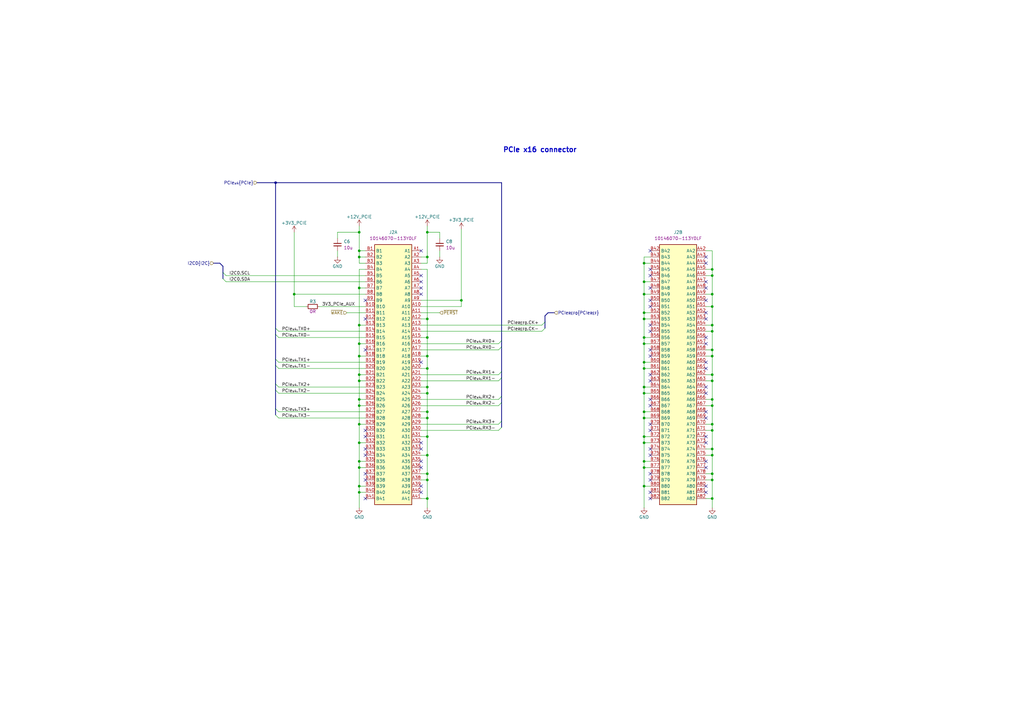
<source format=kicad_sch>
(kicad_sch (version 20250114) (generator "eeschema") (generator_version "9.0")
  (paper "A3")
  (title_block (title "OCuLink to PCIe adapter") (date "2025-06-18") (rev "1.0.0") (company "Antmicro Ltd") (comment 1 "www.antmicro.com"))
  (lib_symbols
    (symbol "antmicroCapacitorsmisc:C_10u_0805_35V" (pin_numbers (hide yes)) (pin_names (hide yes))
      (property "Reference" "C" (at 20.32 -5.08 0))
      (property "Val" "10u" (at 20.32 -7.62 0))
      (symbol "C_10u_0805_35V_0_1"
        (polyline (pts (xy 2.032 -1.524) (xy 2.032 1.524)) (stroke (width 0.3048)))
        (polyline (pts (xy 3.048 -1.524) (xy 3.048 1.524)) (stroke (width 0.3302)))
      )
      (symbol "C_10u_0805_35V_1_1"
        (pin passive line (at 0 0 0) (length 2.032) (name "~") (number "1"))
        (pin passive line (at 5.08 0 180) (length 2.032) (name "~") (number "2"))
      )
    )
    (symbol "antmicroPciConnectors:PCIe_x16_10146070-113Y0LF-vertical"
      (property "Reference" "J" (at 35.56 -2.54 0))
      (property "MPN" "10146070-113Y0LF" (at 35.56 -27.94 0))
      (symbol "PCIe_x16_10146070-113Y0LF-vertical_1_1"
        (rectangle (start 3.81 -104.14) (end 19.05 2.54) (stroke (width 0.254)) (fill (type background)))
        (pin passive line (at 0 0 0) (length 3.81) (name "B1") (number "B1"))
        (pin passive line (at 0 -2.54 0) (length 3.81) (name "B2") (number "B2"))
        (pin passive line (at 0 -5.08 0) (length 3.81) (name "B3") (number "B3"))
        (pin passive line (at 0 -7.62 0) (length 3.81) (name "B4") (number "B4"))
        (pin passive line (at 0 -10.16 0) (length 3.81) (name "B5") (number "B5"))
        (pin passive line (at 0 -12.7 0) (length 3.81) (name "B6") (number "B6"))
        (pin passive line (at 0 -15.24 0) (length 3.81) (name "B7") (number "B7"))
        (pin passive line (at 0 -17.78 0) (length 3.81) (name "B8") (number "B8"))
        (pin passive line (at 0 -20.32 0) (length 3.81) (name "B9") (number "B9"))
        (pin passive line (at 0 -22.86 0) (length 3.81) (name "B10") (number "B10"))
        (pin passive line (at 0 -25.4 0) (length 3.81) (name "B11") (number "B11"))
        (pin passive line (at 0 -27.94 0) (length 3.81) (name "B12") (number "B12"))
        (pin passive line (at 0 -30.48 0) (length 3.81) (name "B13") (number "B13"))
        (pin passive line (at 0 -33.02 0) (length 3.81) (name "B14") (number "B14"))
        (pin passive line (at 0 -35.56 0) (length 3.81) (name "B15") (number "B15"))
        (pin passive line (at 0 -38.1 0) (length 3.81) (name "B16") (number "B16"))
        (pin passive line (at 0 -40.64 0) (length 3.81) (name "B17") (number "B17"))
        (pin passive line (at 0 -43.18 0) (length 3.81) (name "B18") (number "B18"))
        (pin passive line (at 0 -45.72 0) (length 3.81) (name "B19") (number "B19"))
        (pin passive line (at 0 -48.26 0) (length 3.81) (name "B20") (number "B20"))
        (pin passive line (at 0 -50.8 0) (length 3.81) (name "B21") (number "B21"))
        (pin passive line (at 0 -53.34 0) (length 3.81) (name "B22") (number "B22"))
        (pin passive line (at 0 -55.88 0) (length 3.81) (name "B23") (number "B23"))
        (pin passive line (at 0 -58.42 0) (length 3.81) (name "B24") (number "B24"))
        (pin passive line (at 0 -60.96 0) (length 3.81) (name "B25") (number "B25"))
        (pin passive line (at 0 -63.5 0) (length 3.81) (name "B26") (number "B26"))
        (pin passive line (at 0 -66.04 0) (length 3.81) (name "B27") (number "B27"))
        (pin passive line (at 0 -68.58 0) (length 3.81) (name "B28") (number "B28"))
        (pin passive line (at 0 -71.12 0) (length 3.81) (name "B29") (number "B29"))
        (pin passive line (at 0 -73.66 0) (length 3.81) (name "B30") (number "B30"))
        (pin passive line (at 0 -76.2 0) (length 3.81) (name "B31") (number "B31"))
        (pin passive line (at 0 -78.74 0) (length 3.81) (name "B32") (number "B32"))
        (pin passive line (at 0 -81.28 0) (length 3.81) (name "B33") (number "B33"))
        (pin passive line (at 0 -83.82 0) (length 3.81) (name "B34") (number "B34"))
        (pin passive line (at 0 -86.36 0) (length 3.81) (name "B35") (number "B35"))
        (pin passive line (at 0 -88.9 0) (length 3.81) (name "B36") (number "B36"))
        (pin passive line (at 0 -91.44 0) (length 3.81) (name "B37") (number "B37"))
        (pin passive line (at 0 -93.98 0) (length 3.81) (name "B38") (number "B38"))
        (pin passive line (at 0 -96.52 0) (length 3.81) (name "B39") (number "B39"))
        (pin passive line (at 0 -99.06 0) (length 3.81) (name "B40") (number "B40"))
        (pin passive line (at 0 -101.6 0) (length 3.81) (name "B41") (number "B41"))
        (pin passive line (at 22.86 0 180) (length 3.81) (name "A1") (number "A1"))
        (pin passive line (at 22.86 -2.54 180) (length 3.81) (name "A2") (number "A2"))
        (pin passive line (at 22.86 -5.08 180) (length 3.81) (name "A3") (number "A3"))
        (pin passive line (at 22.86 -7.62 180) (length 3.81) (name "A4") (number "A4"))
        (pin passive line (at 22.86 -10.16 180) (length 3.81) (name "A5") (number "A5"))
        (pin passive line (at 22.86 -12.7 180) (length 3.81) (name "A6") (number "A6"))
        (pin passive line (at 22.86 -15.24 180) (length 3.81) (name "A7") (number "A7"))
        (pin passive line (at 22.86 -17.78 180) (length 3.81) (name "A8") (number "A8"))
        (pin passive line (at 22.86 -20.32 180) (length 3.81) (name "A9") (number "A9"))
        (pin passive line (at 22.86 -22.86 180) (length 3.81) (name "A10") (number "A10"))
        (pin passive line (at 22.86 -25.4 180) (length 3.81) (name "A11") (number "A11"))
        (pin passive line (at 22.86 -27.94 180) (length 3.81) (name "A12") (number "A12"))
        (pin passive line (at 22.86 -30.48 180) (length 3.81) (name "A13") (number "A13"))
        (pin passive line (at 22.86 -33.02 180) (length 3.81) (name "A14") (number "A14"))
        (pin passive line (at 22.86 -35.56 180) (length 3.81) (name "A15") (number "A15"))
        (pin passive line (at 22.86 -38.1 180) (length 3.81) (name "A16") (number "A16"))
        (pin passive line (at 22.86 -40.64 180) (length 3.81) (name "A17") (number "A17"))
        (pin passive line (at 22.86 -43.18 180) (length 3.81) (name "A18") (number "A18"))
        (pin passive line (at 22.86 -45.72 180) (length 3.81) (name "A19") (number "A19"))
        (pin passive line (at 22.86 -48.26 180) (length 3.81) (name "A20") (number "A20"))
        (pin passive line (at 22.86 -50.8 180) (length 3.81) (name "A21") (number "A21"))
        (pin passive line (at 22.86 -53.34 180) (length 3.81) (name "A22") (number "A22"))
        (pin passive line (at 22.86 -55.88 180) (length 3.81) (name "A23") (number "A23"))
        (pin passive line (at 22.86 -58.42 180) (length 3.81) (name "A24") (number "A24"))
        (pin passive line (at 22.86 -60.96 180) (length 3.81) (name "A25") (number "A25"))
        (pin passive line (at 22.86 -63.5 180) (length 3.81) (name "A26") (number "A26"))
        (pin passive line (at 22.86 -66.04 180) (length 3.81) (name "A27") (number "A27"))
        (pin passive line (at 22.86 -68.58 180) (length 3.81) (name "A28") (number "A28"))
        (pin passive line (at 22.86 -71.12 180) (length 3.81) (name "A29") (number "A29"))
        (pin passive line (at 22.86 -73.66 180) (length 3.81) (name "A30") (number "A30"))
        (pin passive line (at 22.86 -76.2 180) (length 3.81) (name "A31") (number "A31"))
        (pin passive line (at 22.86 -78.74 180) (length 3.81) (name "A32") (number "A32"))
        (pin passive line (at 22.86 -81.28 180) (length 3.81) (name "A33") (number "A33"))
        (pin passive line (at 22.86 -83.82 180) (length 3.81) (name "A34") (number "A34"))
        (pin passive line (at 22.86 -86.36 180) (length 3.81) (name "A35") (number "A35"))
        (pin passive line (at 22.86 -88.9 180) (length 3.81) (name "A36") (number "A36"))
        (pin passive line (at 22.86 -91.44 180) (length 3.81) (name "A37") (number "A37"))
        (pin passive line (at 22.86 -93.98 180) (length 3.81) (name "A38") (number "A38"))
        (pin passive line (at 22.86 -96.52 180) (length 3.81) (name "A39") (number "A39"))
        (pin passive line (at 22.86 -99.06 180) (length 3.81) (name "A40") (number "A40"))
        (pin passive line (at 22.86 -101.6 180) (length 3.81) (name "A41") (number "A41"))
      )
      (symbol "PCIe_x16_10146070-113Y0LF-vertical_2_1"
        (rectangle (start 3.81 -104.14) (end 19.05 2.54) (stroke (width 0.254)) (fill (type background)))
        (pin passive line (at 0 0 0) (length 3.81) (name "B42") (number "B42"))
        (pin passive line (at 0 -2.54 0) (length 3.81) (name "B43") (number "B43"))
        (pin passive line (at 0 -5.08 0) (length 3.81) (name "B44") (number "B44"))
        (pin passive line (at 0 -7.62 0) (length 3.81) (name "B45") (number "B45"))
        (pin passive line (at 0 -10.16 0) (length 3.81) (name "B46") (number "B46"))
        (pin passive line (at 0 -12.7 0) (length 3.81) (name "B47") (number "B47"))
        (pin passive line (at 0 -15.24 0) (length 3.81) (name "B48") (number "B48"))
        (pin passive line (at 0 -17.78 0) (length 3.81) (name "B49") (number "B49"))
        (pin passive line (at 0 -20.32 0) (length 3.81) (name "B50") (number "B50"))
        (pin passive line (at 0 -22.86 0) (length 3.81) (name "B51") (number "B51"))
        (pin passive line (at 0 -25.4 0) (length 3.81) (name "B52") (number "B52"))
        (pin passive line (at 0 -27.94 0) (length 3.81) (name "B53") (number "B53"))
        (pin passive line (at 0 -30.48 0) (length 3.81) (name "B54") (number "B54"))
        (pin passive line (at 0 -33.02 0) (length 3.81) (name "B55") (number "B55"))
        (pin passive line (at 0 -35.56 0) (length 3.81) (name "B56") (number "B56"))
        (pin passive line (at 0 -38.1 0) (length 3.81) (name "B57") (number "B57"))
        (pin passive line (at 0 -40.64 0) (length 3.81) (name "B58") (number "B58"))
        (pin passive line (at 0 -43.18 0) (length 3.81) (name "B59") (number "B59"))
        (pin passive line (at 0 -45.72 0) (length 3.81) (name "B60") (number "B60"))
        (pin passive line (at 0 -48.26 0) (length 3.81) (name "B61") (number "B61"))
        (pin passive line (at 0 -50.8 0) (length 3.81) (name "B62") (number "B62"))
        (pin passive line (at 0 -53.34 0) (length 3.81) (name "B63") (number "B63"))
        (pin passive line (at 0 -55.88 0) (length 3.81) (name "B64") (number "B64"))
        (pin passive line (at 0 -58.42 0) (length 3.81) (name "B65") (number "B65"))
        (pin passive line (at 0 -60.96 0) (length 3.81) (name "B66") (number "B66"))
        (pin passive line (at 0 -63.5 0) (length 3.81) (name "B67") (number "B67"))
        (pin passive line (at 0 -66.04 0) (length 3.81) (name "B68") (number "B68"))
        (pin passive line (at 0 -68.58 0) (length 3.81) (name "B69") (number "B69"))
        (pin passive line (at 0 -71.12 0) (length 3.81) (name "B70") (number "B70"))
        (pin passive line (at 0 -73.66 0) (length 3.81) (name "B71") (number "B71"))
        (pin passive line (at 0 -76.2 0) (length 3.81) (name "B72") (number "B72"))
        (pin passive line (at 0 -78.74 0) (length 3.81) (name "B73") (number "B73"))
        (pin passive line (at 0 -81.28 0) (length 3.81) (name "B74") (number "B74"))
        (pin passive line (at 0 -83.82 0) (length 3.81) (name "B75") (number "B75"))
        (pin passive line (at 0 -86.36 0) (length 3.81) (name "B76") (number "B76"))
        (pin passive line (at 0 -88.9 0) (length 3.81) (name "B77") (number "B77"))
        (pin passive line (at 0 -91.44 0) (length 3.81) (name "B78") (number "B78"))
        (pin passive line (at 0 -93.98 0) (length 3.81) (name "B79") (number "B79"))
        (pin passive line (at 0 -96.52 0) (length 3.81) (name "B80") (number "B80"))
        (pin passive line (at 0 -99.06 0) (length 3.81) (name "B81") (number "B81"))
        (pin passive line (at 0 -101.6 0) (length 3.81) (name "B82") (number "B82"))
        (pin passive line (at 22.86 0 180) (length 3.81) (name "A42") (number "A42"))
        (pin passive line (at 22.86 -2.54 180) (length 3.81) (name "A43") (number "A43"))
        (pin passive line (at 22.86 -5.08 180) (length 3.81) (name "A44") (number "A44"))
        (pin passive line (at 22.86 -7.62 180) (length 3.81) (name "A45") (number "A45"))
        (pin passive line (at 22.86 -10.16 180) (length 3.81) (name "A46") (number "A46"))
        (pin passive line (at 22.86 -12.7 180) (length 3.81) (name "A47") (number "A47"))
        (pin passive line (at 22.86 -15.24 180) (length 3.81) (name "A48") (number "A48"))
        (pin passive line (at 22.86 -17.78 180) (length 3.81) (name "A49") (number "A49"))
        (pin passive line (at 22.86 -20.32 180) (length 3.81) (name "A50") (number "A50"))
        (pin passive line (at 22.86 -22.86 180) (length 3.81) (name "A51") (number "A51"))
        (pin passive line (at 22.86 -25.4 180) (length 3.81) (name "A52") (number "A52"))
        (pin passive line (at 22.86 -27.94 180) (length 3.81) (name "A53") (number "A53"))
        (pin passive line (at 22.86 -30.48 180) (length 3.81) (name "A54") (number "A54"))
        (pin passive line (at 22.86 -33.02 180) (length 3.81) (name "A55") (number "A55"))
        (pin passive line (at 22.86 -35.56 180) (length 3.81) (name "A56") (number "A56"))
        (pin passive line (at 22.86 -38.1 180) (length 3.81) (name "A57") (number "A57"))
        (pin passive line (at 22.86 -40.64 180) (length 3.81) (name "A58") (number "A58"))
        (pin passive line (at 22.86 -43.18 180) (length 3.81) (name "A59") (number "A59"))
        (pin passive line (at 22.86 -45.72 180) (length 3.81) (name "A60") (number "A60"))
        (pin passive line (at 22.86 -48.26 180) (length 3.81) (name "A61") (number "A61"))
        (pin passive line (at 22.86 -50.8 180) (length 3.81) (name "A62") (number "A62"))
        (pin passive line (at 22.86 -53.34 180) (length 3.81) (name "A63") (number "A63"))
        (pin passive line (at 22.86 -55.88 180) (length 3.81) (name "A64") (number "A64"))
        (pin passive line (at 22.86 -58.42 180) (length 3.81) (name "A65") (number "A65"))
        (pin passive line (at 22.86 -60.96 180) (length 3.81) (name "A66") (number "A66"))
        (pin passive line (at 22.86 -63.5 180) (length 3.81) (name "A67") (number "A67"))
        (pin passive line (at 22.86 -66.04 180) (length 3.81) (name "A68") (number "A68"))
        (pin passive line (at 22.86 -68.58 180) (length 3.81) (name "A69") (number "A69"))
        (pin passive line (at 22.86 -71.12 180) (length 3.81) (name "A70") (number "A70"))
        (pin passive line (at 22.86 -73.66 180) (length 3.81) (name "A71") (number "A71"))
        (pin passive line (at 22.86 -76.2 180) (length 3.81) (name "A72") (number "A72"))
        (pin passive line (at 22.86 -78.74 180) (length 3.81) (name "A73") (number "A73"))
        (pin passive line (at 22.86 -81.28 180) (length 3.81) (name "A74") (number "A74"))
        (pin passive line (at 22.86 -83.82 180) (length 3.81) (name "A75") (number "A75"))
        (pin passive line (at 22.86 -86.36 180) (length 3.81) (name "A76") (number "A76"))
        (pin passive line (at 22.86 -88.9 180) (length 3.81) (name "A77") (number "A77"))
        (pin passive line (at 22.86 -91.44 180) (length 3.81) (name "A78") (number "A78"))
        (pin passive line (at 22.86 -93.98 180) (length 3.81) (name "A79") (number "A79"))
        (pin passive line (at 22.86 -96.52 180) (length 3.81) (name "A80") (number "A80"))
        (pin passive line (at 22.86 -99.06 180) (length 3.81) (name "A81") (number "A81"))
        (pin passive line (at 22.86 -101.6 180) (length 3.81) (name "A82") (number "A82"))
      )
    )
    (symbol "antmicroResistors0402:R_0R_0402" (pin_numbers (hide yes)) (pin_names (hide yes))
      (property "Reference" "R" (at 20.32 -5.08 0))
      (property "Val" "0R" (at 20.32 -7.62 0))
      (symbol "R_0R_0402_0_1"
        (rectangle (start 0.635 0.889) (end 4.445 -0.889) (stroke (width 0.254)))
      )
      (symbol "R_0R_0402_1_1"
        (pin passive line (at 0 0 0) (length 0.635) (name "~") (number "1"))
        (pin passive line (at 5.08 0 180) (length 0.635) (name "~") (number "2"))
      )
    )
    (symbol "antmicropower:+12V" (power) (pin_names (offset 0))
      (property "Value" "+12V" (at 0 3.556 0))
      (symbol "+12V_0_1"
        (polyline (pts (xy -0.762 1.27) (xy 0 2.54)))
        (polyline (pts (xy 0 2.54) (xy 0.762 1.27)))
        (polyline (pts (xy 0 0) (xy 0 2.54)))
      )
      (symbol "+12V_1_1"
        (pin power_in line (at 0 0 90) (length 0) (hide yes) (name "+12V") (number "1"))
      )
    )
    (symbol "antmicropower:GND" (power) (pin_numbers (hide yes)) (pin_names (hide yes))
      (property "Value" "GND" (at 8.89 -5.08 0))
      (symbol "GND_1_1"
        (polyline (pts (xy 0 0) (xy 0 -1.27) (xy 1.27 -1.27) (xy 0 -2.54) (xy -1.27 -1.27) (xy 0 -1.27)))
        (pin power_in line (at 0 0 270) (length 0) (name "GND") (number "1"))
      )
    )
  )
  (text "PCIe x16 connector" (at 206.248 62.738 0) (effects (font (size 2 2) (thickness 0.4) (bold yes)) (justify left bottom)))
  (junction (at 175.26 95.25))
  (junction (at 147.32 173.99))
  (junction (at 175.26 130.81))
  (junction (at 147.32 118.11))
  (junction (at 264.16 130.81))
  (junction (at 147.32 189.23))
  (junction (at 189.23 123.19))
  (junction (at 292.1 120.65))
  (junction (at 147.32 199.39))
  (junction (at 264.16 107.95))
  (junction (at 264.16 128.27))
  (junction (at 292.1 146.05))
  (junction (at 175.26 186.69))
  (junction (at 292.1 113.03))
  (junction (at 175.26 146.05))
  (junction (at 175.26 158.75))
  (junction (at 264.16 168.91))
  (junction (at 292.1 184.15))
  (junction (at 147.32 146.05))
  (junction (at 264.16 161.29))
  (junction (at 292.1 194.31))
  (junction (at 175.26 194.31))
  (junction (at 175.26 151.13))
  (junction (at 147.32 133.35))
  (junction (at 175.26 105.41))
  (junction (at 264.16 181.61))
  (junction (at 175.26 168.91))
  (junction (at 147.32 191.77))
  (junction (at 292.1 133.35))
  (junction (at 292.1 163.83))
  (junction (at 292.1 125.73))
  (junction (at 264.16 171.45))
  (junction (at 264.16 138.43))
  (junction (at 264.16 140.97))
  (junction (at 292.1 176.53))
  (junction (at 175.26 161.29))
  (junction (at 175.26 171.45))
  (junction (at 264.16 199.39))
  (junction (at 113.03 74.93))
  (junction (at 120.65 120.65))
  (junction (at 147.32 105.41))
  (junction (at 147.32 156.21))
  (junction (at 292.1 196.85))
  (junction (at 147.32 201.93))
  (junction (at 175.26 204.47))
  (junction (at 175.26 138.43))
  (junction (at 147.32 153.67))
  (junction (at 292.1 135.89))
  (junction (at 292.1 173.99))
  (junction (at 264.16 158.75))
  (junction (at 264.16 189.23))
  (junction (at 264.16 148.59))
  (junction (at 147.32 181.61))
  (junction (at 175.26 179.07))
  (junction (at 292.1 186.69))
  (junction (at 292.1 156.21))
  (junction (at 264.16 191.77))
  (junction (at 147.32 163.83))
  (junction (at 264.16 115.57))
  (junction (at 292.1 166.37))
  (junction (at 264.16 179.07))
  (junction (at 292.1 110.49))
  (junction (at 292.1 204.47))
  (junction (at 147.32 102.87))
  (junction (at 292.1 153.67))
  (junction (at 292.1 143.51))
  (junction (at 147.32 166.37))
  (junction (at 175.26 196.85))
  (junction (at 147.32 140.97))
  (junction (at 264.16 151.13))
  (junction (at 147.32 95.25))
  (junction (at 264.16 120.65))
  (no_connect (at 266.7 143.51))
  (no_connect (at 266.7 204.47))
  (no_connect (at 172.72 120.65))
  (no_connect (at 266.7 173.99))
  (no_connect (at 289.56 105.41))
  (no_connect (at 266.7 156.21))
  (no_connect (at 266.7 113.03))
  (no_connect (at 289.56 199.39))
  (no_connect (at 149.86 204.47))
  (no_connect (at 289.56 148.59))
  (no_connect (at 266.7 146.05))
  (no_connect (at 289.56 181.61))
  (no_connect (at 266.7 184.15))
  (no_connect (at 289.56 140.97))
  (no_connect (at 149.86 123.19))
  (no_connect (at 266.7 176.53))
  (no_connect (at 172.72 201.93))
  (no_connect (at 289.56 191.77))
  (no_connect (at 172.72 184.15))
  (no_connect (at 172.72 191.77))
  (no_connect (at 149.86 186.69))
  (no_connect (at 266.7 201.93))
  (no_connect (at 266.7 153.67))
  (no_connect (at 172.72 181.61))
  (no_connect (at 149.86 179.07))
  (no_connect (at 266.7 133.35))
  (no_connect (at 266.7 123.19))
  (no_connect (at 289.56 201.93))
  (no_connect (at 266.7 186.69))
  (no_connect (at 289.56 171.45))
  (no_connect (at 289.56 189.23))
  (no_connect (at 172.72 102.87))
  (no_connect (at 149.86 130.81))
  (no_connect (at 172.72 148.59))
  (no_connect (at 289.56 123.19))
  (no_connect (at 172.72 113.03))
  (no_connect (at 289.56 128.27))
  (no_connect (at 149.86 184.15))
  (no_connect (at 266.7 118.11))
  (no_connect (at 266.7 163.83))
  (no_connect (at 149.86 176.53))
  (no_connect (at 289.56 107.95))
  (no_connect (at 289.56 179.07))
  (no_connect (at 172.72 199.39))
  (no_connect (at 289.56 158.75))
  (no_connect (at 266.7 166.37))
  (no_connect (at 172.72 189.23))
  (no_connect (at 266.7 125.73))
  (no_connect (at 289.56 151.13))
  (no_connect (at 289.56 168.91))
  (no_connect (at 266.7 196.85))
  (no_connect (at 149.86 143.51))
  (no_connect (at 172.72 118.11))
  (no_connect (at 266.7 194.31))
  (no_connect (at 149.86 194.31))
  (no_connect (at 149.86 196.85))
  (no_connect (at 266.7 102.87))
  (no_connect (at 172.72 115.57))
  (no_connect (at 289.56 138.43))
  (no_connect (at 266.7 110.49))
  (no_connect (at 266.7 135.89))
  (no_connect (at 289.56 118.11))
  (no_connect (at 289.56 130.81))
  (no_connect (at 289.56 115.57))
  (no_connect (at 289.56 161.29))
  (bus_entry (at 113.03 149.86) (size 1.27 1.27))
  (bus_entry (at 113.03 170.18) (size 1.27 1.27))
  (bus_entry (at 113.03 137.16) (size 1.27 1.27))
  (bus_entry (at 92.71 115.57) (size -1.27 -1.27))
  (bus_entry (at 113.03 167.64) (size 1.27 1.27))
  (bus_entry (at 205.74 152.4) (size -1.27 1.27))
  (bus_entry (at 222.25 135.89) (size 1.27 -1.27))
  (bus_entry (at 205.74 165.1) (size -1.27 1.27))
  (bus_entry (at 113.03 160.02) (size 1.27 1.27))
  (bus_entry (at 205.74 175.26) (size -1.27 1.27))
  (bus_entry (at 113.03 157.48) (size 1.27 1.27))
  (bus_entry (at 222.25 133.35) (size 1.27 -1.27))
  (bus_entry (at 205.74 162.56) (size -1.27 1.27))
  (bus_entry (at 113.03 134.62) (size 1.27 1.27))
  (bus_entry (at 92.71 113.03) (size -1.27 -1.27))
  (bus_entry (at 205.74 142.24) (size -1.27 1.27))
  (bus_entry (at 113.03 147.32) (size 1.27 1.27))
  (bus_entry (at 205.74 154.94) (size -1.27 1.27))
  (bus_entry (at 205.74 172.72) (size -1.27 1.27))
  (bus_entry (at 205.74 139.7) (size -1.27 1.27))
  (wire (pts (xy 120.65 95.25) (xy 120.65 120.65)))
  (wire (pts (xy 264.16 148.59) (xy 266.7 148.59)))
  (bus (pts (xy 223.52 132.08) (xy 223.52 129.54)))
  (wire (pts (xy 147.32 166.37) (xy 149.86 166.37)))
  (wire (pts (xy 172.72 146.05) (xy 175.26 146.05)))
  (wire (pts (xy 114.3 138.43) (xy 149.86 138.43)))
  (wire (pts (xy 172.72 156.21) (xy 204.47 156.21)))
  (wire (pts (xy 114.3 171.45) (xy 149.86 171.45)))
  (wire (pts (xy 172.72 194.31) (xy 175.26 194.31)))
  (bus (pts (xy 205.74 154.94) (xy 205.74 152.4)))
  (wire (pts (xy 172.72 123.19) (xy 189.23 123.19)))
  (wire (pts (xy 172.72 166.37) (xy 204.47 166.37)))
  (wire (pts (xy 172.72 158.75) (xy 175.26 158.75)))
  (wire (pts (xy 147.32 92.71) (xy 147.32 95.25)))
  (wire (pts (xy 149.86 115.57) (xy 92.71 115.57)))
  (wire (pts (xy 138.43 95.25) (xy 147.32 95.25)))
  (wire (pts (xy 172.72 153.67) (xy 204.47 153.67)))
  (bus (pts (xy 113.03 149.86) (xy 113.03 157.48)))
  (wire (pts (xy 138.43 102.87) (xy 138.43 105.41)))
  (wire (pts (xy 175.26 196.85) (xy 175.26 204.47)))
  (bus (pts (xy 205.74 139.7) (xy 205.74 74.93)))
  (wire (pts (xy 147.32 199.39) (xy 147.32 201.93)))
  (wire (pts (xy 172.72 176.53) (xy 204.47 176.53)))
  (wire (pts (xy 264.16 105.41) (xy 266.7 105.41)))
  (bus (pts (xy 205.74 142.24) (xy 205.74 139.7)))
  (wire (pts (xy 292.1 113.03) (xy 292.1 120.65)))
  (wire (pts (xy 189.23 93.98) (xy 189.23 123.19)))
  (wire (pts (xy 175.26 204.47) (xy 175.26 208.28)))
  (wire (pts (xy 292.1 204.47) (xy 292.1 208.28)))
  (wire (pts (xy 264.16 179.07) (xy 266.7 179.07)))
  (wire (pts (xy 147.32 153.67) (xy 147.32 156.21)))
  (wire (pts (xy 292.1 143.51) (xy 292.1 146.05)))
  (wire (pts (xy 289.56 156.21) (xy 292.1 156.21)))
  (wire (pts (xy 289.56 110.49) (xy 292.1 110.49)))
  (bus (pts (xy 224.79 128.27) (xy 227.33 128.27)))
  (bus (pts (xy 205.74 172.72) (xy 205.74 165.1)))
  (wire (pts (xy 147.32 153.67) (xy 149.86 153.67)))
  (wire (pts (xy 147.32 156.21) (xy 149.86 156.21)))
  (wire (pts (xy 289.56 184.15) (xy 292.1 184.15)))
  (wire (pts (xy 289.56 120.65) (xy 292.1 120.65)))
  (wire (pts (xy 175.26 186.69) (xy 175.26 194.31)))
  (wire (pts (xy 172.72 163.83) (xy 204.47 163.83)))
  (wire (pts (xy 264.16 107.95) (xy 266.7 107.95)))
  (bus (pts (xy 105.41 74.93) (xy 113.03 74.93)))
  (wire (pts (xy 264.16 161.29) (xy 264.16 168.91)))
  (wire (pts (xy 147.32 163.83) (xy 149.86 163.83)))
  (wire (pts (xy 147.32 118.11) (xy 147.32 133.35)))
  (wire (pts (xy 149.86 110.49) (xy 147.32 110.49)))
  (wire (pts (xy 172.72 130.81) (xy 175.26 130.81)))
  (bus (pts (xy 113.03 160.02) (xy 113.03 157.48)))
  (wire (pts (xy 147.32 189.23) (xy 149.86 189.23)))
  (wire (pts (xy 289.56 113.03) (xy 292.1 113.03)))
  (wire (pts (xy 147.32 173.99) (xy 147.32 181.61)))
  (wire (pts (xy 264.16 189.23) (xy 264.16 191.77)))
  (wire (pts (xy 130.81 125.73) (xy 149.86 125.73)))
  (wire (pts (xy 147.32 181.61) (xy 147.32 189.23)))
  (wire (pts (xy 264.16 138.43) (xy 266.7 138.43)))
  (wire (pts (xy 264.16 189.23) (xy 266.7 189.23)))
  (wire (pts (xy 147.32 173.99) (xy 149.86 173.99)))
  (wire (pts (xy 264.16 181.61) (xy 266.7 181.61)))
  (wire (pts (xy 264.16 140.97) (xy 266.7 140.97)))
  (wire (pts (xy 264.16 158.75) (xy 264.16 161.29)))
  (wire (pts (xy 264.16 191.77) (xy 266.7 191.77)))
  (wire (pts (xy 172.72 105.41) (xy 175.26 105.41)))
  (wire (pts (xy 264.16 151.13) (xy 264.16 158.75)))
  (wire (pts (xy 175.26 105.41) (xy 175.26 107.95)))
  (wire (pts (xy 114.3 135.89) (xy 149.86 135.89)))
  (wire (pts (xy 292.1 184.15) (xy 292.1 186.69)))
  (wire (pts (xy 120.65 120.65) (xy 120.65 125.73)))
  (wire (pts (xy 264.16 148.59) (xy 264.16 151.13)))
  (wire (pts (xy 264.16 199.39) (xy 266.7 199.39)))
  (bus (pts (xy 91.44 109.22) (xy 90.17 107.95)))
  (wire (pts (xy 175.26 171.45) (xy 175.26 179.07)))
  (wire (pts (xy 264.16 115.57) (xy 266.7 115.57)))
  (wire (pts (xy 114.3 168.91) (xy 149.86 168.91)))
  (bus (pts (xy 113.03 167.64) (xy 113.03 170.18)))
  (bus (pts (xy 205.74 165.1) (xy 205.74 162.56)))
  (bus (pts (xy 113.03 160.02) (xy 113.03 167.64)))
  (wire (pts (xy 289.56 143.51) (xy 292.1 143.51)))
  (wire (pts (xy 147.32 156.21) (xy 147.32 163.83)))
  (wire (pts (xy 289.56 176.53) (xy 292.1 176.53)))
  (wire (pts (xy 175.26 194.31) (xy 175.26 196.85)))
  (wire (pts (xy 172.72 171.45) (xy 175.26 171.45)))
  (bus (pts (xy 223.52 129.54) (xy 224.79 128.27)))
  (wire (pts (xy 289.56 186.69) (xy 292.1 186.69)))
  (wire (pts (xy 138.43 97.79) (xy 138.43 95.25)))
  (wire (pts (xy 147.32 133.35) (xy 149.86 133.35)))
  (wire (pts (xy 292.1 135.89) (xy 292.1 143.51)))
  (bus (pts (xy 113.03 149.86) (xy 113.03 147.32)))
  (wire (pts (xy 172.72 143.51) (xy 204.47 143.51)))
  (wire (pts (xy 289.56 153.67) (xy 292.1 153.67)))
  (wire (pts (xy 114.3 161.29) (xy 149.86 161.29)))
  (wire (pts (xy 289.56 102.87) (xy 292.1 102.87)))
  (wire (pts (xy 292.1 156.21) (xy 292.1 163.83)))
  (wire (pts (xy 264.16 168.91) (xy 266.7 168.91)))
  (bus (pts (xy 113.03 134.62) (xy 113.03 137.16)))
  (wire (pts (xy 175.26 161.29) (xy 175.26 168.91)))
  (wire (pts (xy 264.16 179.07) (xy 264.16 181.61)))
  (wire (pts (xy 292.1 125.73) (xy 292.1 133.35)))
  (wire (pts (xy 264.16 181.61) (xy 264.16 189.23)))
  (bus (pts (xy 223.52 134.62) (xy 223.52 132.08)))
  (wire (pts (xy 147.32 181.61) (xy 149.86 181.61)))
  (bus (pts (xy 113.03 74.93) (xy 113.03 134.62)))
  (wire (pts (xy 292.1 153.67) (xy 292.1 156.21)))
  (wire (pts (xy 264.16 120.65) (xy 264.16 128.27)))
  (wire (pts (xy 172.72 173.99) (xy 204.47 173.99)))
  (wire (pts (xy 175.26 92.71) (xy 175.26 95.25)))
  (wire (pts (xy 264.16 171.45) (xy 264.16 179.07)))
  (wire (pts (xy 264.16 171.45) (xy 266.7 171.45)))
  (wire (pts (xy 292.1 196.85) (xy 292.1 204.47)))
  (bus (pts (xy 90.17 107.95) (xy 87.63 107.95)))
  (wire (pts (xy 175.26 110.49) (xy 175.26 130.81)))
  (wire (pts (xy 114.3 148.59) (xy 149.86 148.59)))
  (bus (pts (xy 205.74 152.4) (xy 205.74 142.24)))
  (wire (pts (xy 264.16 191.77) (xy 264.16 199.39)))
  (wire (pts (xy 264.16 105.41) (xy 264.16 107.95)))
  (wire (pts (xy 120.65 120.65) (xy 149.86 120.65)))
  (wire (pts (xy 114.3 158.75) (xy 149.86 158.75)))
  (wire (pts (xy 289.56 135.89) (xy 292.1 135.89)))
  (wire (pts (xy 147.32 191.77) (xy 147.32 199.39)))
  (bus (pts (xy 113.03 137.16) (xy 113.03 147.32)))
  (wire (pts (xy 289.56 196.85) (xy 292.1 196.85)))
  (wire (pts (xy 292.1 186.69) (xy 292.1 194.31)))
  (wire (pts (xy 292.1 146.05) (xy 292.1 153.67)))
  (wire (pts (xy 292.1 120.65) (xy 292.1 125.73)))
  (wire (pts (xy 147.32 95.25) (xy 147.32 102.87)))
  (wire (pts (xy 114.3 151.13) (xy 149.86 151.13)))
  (wire (pts (xy 172.72 161.29) (xy 175.26 161.29)))
  (wire (pts (xy 292.1 110.49) (xy 292.1 113.03)))
  (wire (pts (xy 147.32 140.97) (xy 147.32 146.05)))
  (wire (pts (xy 172.72 204.47) (xy 175.26 204.47)))
  (wire (pts (xy 264.16 130.81) (xy 264.16 138.43)))
  (wire (pts (xy 172.72 179.07) (xy 175.26 179.07)))
  (wire (pts (xy 175.26 138.43) (xy 175.26 146.05)))
  (wire (pts (xy 264.16 151.13) (xy 266.7 151.13)))
  (wire (pts (xy 189.23 125.73) (xy 172.72 125.73)))
  (wire (pts (xy 147.32 107.95) (xy 149.86 107.95)))
  (wire (pts (xy 175.26 158.75) (xy 175.26 161.29)))
  (wire (pts (xy 175.26 130.81) (xy 175.26 138.43)))
  (wire (pts (xy 289.56 125.73) (xy 292.1 125.73)))
  (wire (pts (xy 289.56 133.35) (xy 292.1 133.35)))
  (wire (pts (xy 147.32 102.87) (xy 149.86 102.87)))
  (wire (pts (xy 147.32 140.97) (xy 149.86 140.97)))
  (wire (pts (xy 172.72 128.27) (xy 180.34 128.27)))
  (wire (pts (xy 172.72 151.13) (xy 175.26 151.13)))
  (wire (pts (xy 172.72 138.43) (xy 175.26 138.43)))
  (wire (pts (xy 147.32 166.37) (xy 147.32 173.99)))
  (wire (pts (xy 264.16 128.27) (xy 266.7 128.27)))
  (wire (pts (xy 175.26 107.95) (xy 172.72 107.95)))
  (wire (pts (xy 292.1 163.83) (xy 292.1 166.37)))
  (wire (pts (xy 264.16 199.39) (xy 264.16 208.28)))
  (wire (pts (xy 289.56 166.37) (xy 292.1 166.37)))
  (wire (pts (xy 172.72 196.85) (xy 175.26 196.85)))
  (wire (pts (xy 264.16 140.97) (xy 264.16 148.59)))
  (wire (pts (xy 264.16 138.43) (xy 264.16 140.97)))
  (wire (pts (xy 147.32 146.05) (xy 149.86 146.05)))
  (wire (pts (xy 147.32 201.93) (xy 149.86 201.93)))
  (wire (pts (xy 147.32 118.11) (xy 149.86 118.11)))
  (wire (pts (xy 147.32 201.93) (xy 147.32 208.28)))
  (wire (pts (xy 147.32 191.77) (xy 149.86 191.77)))
  (wire (pts (xy 264.16 115.57) (xy 264.16 120.65)))
  (wire (pts (xy 175.26 151.13) (xy 175.26 158.75)))
  (wire (pts (xy 149.86 113.03) (xy 92.71 113.03)))
  (wire (pts (xy 264.16 128.27) (xy 264.16 130.81)))
  (wire (pts (xy 289.56 204.47) (xy 292.1 204.47)))
  (wire (pts (xy 292.1 166.37) (xy 292.1 173.99)))
  (wire (pts (xy 175.26 146.05) (xy 175.26 151.13)))
  (wire (pts (xy 180.34 95.25) (xy 180.34 97.79)))
  (wire (pts (xy 147.32 110.49) (xy 147.32 118.11)))
  (wire (pts (xy 172.72 135.89) (xy 222.25 135.89)))
  (wire (pts (xy 264.16 130.81) (xy 266.7 130.81)))
  (wire (pts (xy 147.32 105.41) (xy 149.86 105.41)))
  (bus (pts (xy 113.03 74.93) (xy 205.74 74.93)))
  (wire (pts (xy 172.72 133.35) (xy 222.25 133.35)))
  (wire (pts (xy 147.32 146.05) (xy 147.32 153.67)))
  (wire (pts (xy 175.26 95.25) (xy 180.34 95.25)))
  (wire (pts (xy 147.32 163.83) (xy 147.32 166.37)))
  (wire (pts (xy 289.56 163.83) (xy 292.1 163.83)))
  (wire (pts (xy 147.32 105.41) (xy 147.32 107.95)))
  (bus (pts (xy 91.44 114.3) (xy 91.44 111.76)))
  (wire (pts (xy 264.16 161.29) (xy 266.7 161.29)))
  (wire (pts (xy 172.72 110.49) (xy 175.26 110.49)))
  (wire (pts (xy 172.72 168.91) (xy 175.26 168.91)))
  (wire (pts (xy 172.72 186.69) (xy 175.26 186.69)))
  (wire (pts (xy 264.16 158.75) (xy 266.7 158.75)))
  (wire (pts (xy 172.72 140.97) (xy 204.47 140.97)))
  (bus (pts (xy 205.74 175.26) (xy 205.74 172.72)))
  (wire (pts (xy 175.26 168.91) (xy 175.26 171.45)))
  (wire (pts (xy 292.1 133.35) (xy 292.1 135.89)))
  (bus (pts (xy 91.44 109.22) (xy 91.44 111.76)))
  (wire (pts (xy 175.26 179.07) (xy 175.26 186.69)))
  (wire (pts (xy 292.1 102.87) (xy 292.1 110.49)))
  (wire (pts (xy 147.32 102.87) (xy 147.32 105.41)))
  (wire (pts (xy 175.26 95.25) (xy 175.26 105.41)))
  (wire (pts (xy 264.16 107.95) (xy 264.16 115.57)))
  (wire (pts (xy 180.34 102.87) (xy 180.34 105.41)))
  (wire (pts (xy 289.56 173.99) (xy 292.1 173.99)))
  (wire (pts (xy 264.16 120.65) (xy 266.7 120.65)))
  (wire (pts (xy 292.1 194.31) (xy 292.1 196.85)))
  (wire (pts (xy 289.56 146.05) (xy 292.1 146.05)))
  (wire (pts (xy 120.65 125.73) (xy 125.73 125.73)))
  (wire (pts (xy 189.23 123.19) (xy 189.23 125.73)))
  (wire (pts (xy 147.32 189.23) (xy 147.32 191.77)))
  (wire (pts (xy 149.86 128.27) (xy 142.24 128.27)))
  (wire (pts (xy 147.32 133.35) (xy 147.32 140.97)))
  (wire (pts (xy 147.32 199.39) (xy 149.86 199.39)))
  (wire (pts (xy 292.1 176.53) (xy 292.1 184.15)))
  (wire (pts (xy 292.1 173.99) (xy 292.1 176.53)))
  (wire (pts (xy 289.56 194.31) (xy 292.1 194.31)))
  (wire (pts (xy 264.16 168.91) (xy 264.16 171.45)))
  (bus (pts (xy 205.74 162.56) (xy 205.74 154.94)))
  (label "PCIe_{x4}.RX2+" (at 203.2 163.83 180))
  (label "PCIe_{REF0}.CK+" (at 220.98 133.35 180))
  (label "PCIe_{x4}.TX0-" (at 115.57 138.43 0))
  (label "PCIe_{REF0}.CK-" (at 220.98 135.89 180))
  (label "PCIe_{x4}.TX1-" (at 115.57 151.13 0))
  (label "PCIe_{x4}.TX2+" (at 115.57 158.75 0))
  (label "3V3_PCIe_AUX" (at 132.08 125.73 0))
  (label "PCIe_{x4}.TX0+" (at 115.57 135.89 0))
  (label "PCIe_{x4}.TX1+" (at 115.57 148.59 0))
  (label "I2C0.SCL" (at 93.98 113.03 0))
  (label "PCIe_{x4}.RX3+" (at 203.2 173.99 180))
  (label "PCIe_{x4}.RX0-" (at 203.2 143.51 180))
  (label "PCIe_{x4}.TX2-" (at 115.57 161.29 0))
  (label "I2C0.SDA" (at 93.98 115.57 0))
  (label "PCIe_{x4}.TX3+" (at 115.57 168.91 0))
  (label "PCIe_{x4}.RX0+" (at 203.2 140.97 180))
  (label "PCIe_{x4}.RX3-" (at 203.2 176.53 180))
  (label "PCIe_{x4}.TX3-" (at 115.57 171.45 0))
  (label "PCIe_{x4}.RX2-" (at 203.2 166.37 180))
  (label "PCIe_{x4}.RX1-" (at 203.2 156.21 180))
  (label "PCIe_{x4}.RX1+" (at 203.2 153.67 180))
  (hierarchical_label "PCIe_{x4}{PCIe}" (shape input) (at 105.41 74.93 180))
  (hierarchical_label "~{PERST}" (shape input) (at 180.34 128.27 0))
  (hierarchical_label "PCIe_{REF0}{PCIe_{REF}}" (shape input) (at 227.33 128.27 0))
  (hierarchical_label "~{WAKE}" (shape input) (at 142.24 128.27 180))
  (hierarchical_label "I2C0{I2C}" (shape input) (at 87.63 107.95 180))
  (symbol (lib_id "antmicropower:GND") (at 147.32 208.28 0) (unit 1)
    (property "Reference" "#PWR07" (effects (hide yes)))
    (property "Value" "GND" (at 147.32 212.09 0))
    (property "Author" "Antmicro" (effects (hide yes)))
    (property "License" "Apache-2.0" (effects (hide yes)))
  )
  (symbol (lib_id "antmicropower:+12V") (at 120.65 95.25 0) (unit 1)
    (property "Reference" "#PWR05" (effects (hide yes)))
    (property "Value" "+3V3_PCIE" (at 120.65 91.44 0))
  )
  (symbol (lib_id "antmicropower:+12V") (at 147.32 92.71 0) (unit 1)
    (property "Reference" "#PWR06" (effects (hide yes)))
    (property "Value" "+12V_PCIE" (at 147.32 88.9 0))
  )
  (symbol (lib_id "antmicroPciConnectors:PCIe_x16_10146070-113Y0LF-vertical") (at 266.7 102.87 0) (unit 2)
    (property "Reference" "J2" (at 278.13 95.25 0))
    (property "Value" "PCIe_x16_10146070-113Y0LF-vertical" (effects (hide yes)))
    (property "Footprint" "antmicro-footprints:AMPHENOL_10146070-113Y0LF" (effects (hide yes)))
    (property "Datasheet" "https://www.farnell.com/datasheets/3212936.pdf" (effects (hide yes)))
    (property "Description" "164 Position Female Connector PCI Express™ Gold 0.039\" (1.00mm) Black" (effects (hide yes)))
    (property "PARTREV" "E" (effects (hide yes)))
    (property "STANDARD" "Manufacturer Recommendations" (effects (hide yes)))
    (property "MAXIMUM_PACKAGE_HEIGHT" "11.25mm" (effects (hide yes)))
    (property "Manufacturer" "Amphenol" (effects (hide yes)))
    (property "Author" "Antmicro" (effects (hide yes)))
    (property "License" "Apache-2.0" (effects (hide yes)))
    (property "MPN" "10146070-113Y0LF" (at 278.13 97.79 0))
  )
  (symbol (lib_id "antmicropower:GND") (at 292.1 208.28 0) (unit 1)
    (property "Reference" "#PWR010" (effects (hide yes)))
    (property "Value" "GND" (at 292.1 212.09 0))
    (property "Author" "Antmicro" (effects (hide yes)))
    (property "License" "Apache-2.0" (effects (hide yes)))
  )
  (symbol (lib_id "antmicropower:GND") (at 180.34 105.41 0) (unit 1)
    (property "Reference" "#PWR035" (effects (hide yes)))
    (property "Value" "GND" (at 180.34 109.22 0))
    (property "Author" "Antmicro" (effects (hide yes)))
    (property "License" "Apache-2.0" (effects (hide yes)))
  )
  (symbol (lib_id "antmicroPciConnectors:PCIe_x16_10146070-113Y0LF-vertical") (at 149.86 102.87 0) (unit 1)
    (property "Reference" "J2" (at 161.29 95.25 0))
    (property "Value" "PCIe_x16_10146070-113Y0LF-vertical" (effects (hide yes)))
    (property "Footprint" "antmicro-footprints:AMPHENOL_10146070-113Y0LF" (effects (hide yes)))
    (property "Datasheet" "https://www.farnell.com/datasheets/3212936.pdf" (effects (hide yes)))
    (property "Description" "164 Position Female Connector PCI Express™ Gold 0.039\" (1.00mm) Black" (effects (hide yes)))
    (property "PARTREV" "E" (effects (hide yes)))
    (property "STANDARD" "Manufacturer Recommendations" (effects (hide yes)))
    (property "MAXIMUM_PACKAGE_HEIGHT" "11.25mm" (effects (hide yes)))
    (property "Manufacturer" "Amphenol" (effects (hide yes)))
    (property "Author" "Antmicro" (effects (hide yes)))
    (property "License" "Apache-2.0" (effects (hide yes)))
    (property "MPN" "10146070-113Y0LF" (at 161.29 97.79 0))
  )
  (symbol (lib_id "antmicropower:GND") (at 138.43 105.41 0) (unit 1)
    (property "Reference" "#PWR034" (effects (hide yes)))
    (property "Value" "GND" (at 138.43 109.22 0))
    (property "Author" "Antmicro" (effects (hide yes)))
    (property "License" "Apache-2.0" (effects (hide yes)))
  )
  (symbol (lib_id "antmicroCapacitorsmisc:C_10u_0805_35V") (at 180.34 97.79 270) (unit 1)
    (property "Reference" "C8" (at 182.88 99.0663 90) (effects (justify left)))
    (property "Value" "C_10u_0805_35V" (effects (hide yes)))
    (property "Footprint" "antmicro-footprints:C_0805_2012Metric" (effects (hide yes)))
    (property "Datasheet" "https://www.murata.com/products/productdetail?partno=GRM21BR6YA106KE43%23" (effects (hide yes)))
    (property "Description" "SMD Multilayer Ceramic Capacitor, 10 µF, 35 V, 0805 [2012 Metric], ± 10%, X5R, GRM Series" (effects (hide yes)))
    (property "MPN" "GRM21BR6YA106KE43L" (effects (hide yes)))
    (property "Manufacturer" "Murata" (effects (hide yes)))
    (property "License" "Apache-2.0" (effects (hide yes)))
    (property "Author" "Antmicro" (effects (hide yes)))
    (property "Val" "10u" (at 182.88 101.6063 90) (effects (justify left)))
    (property "Voltage" "35V" (effects (hide yes)))
    (property "Public" "False" (effects (hide yes)))
  )
  (symbol (lib_id "antmicroResistors0402:R_0R_0402") (at 125.73 125.73 0) (unit 1)
    (property "Reference" "R3" (at 128.27 123.698 0))
    (property "Value" "R_0R_0402" (effects (hide yes)))
    (property "Footprint" "antmicro-footprints:R_0402_1005Metric" (effects (hide yes)))
    (property "Datasheet" "https://industrial.panasonic.com/cdbs/www-data/pdf/RDA0000/AOA0000C301.pdf" (effects (hide yes)))
    (property "Description" "SMD Chip Resistor, Jumper, 0 ohm, 100 mW, 0402 [1005 Metric], Thick Film, General Purpose" (effects (hide yes)))
    (property "MPN" "ERJ2GE0R00X" (effects (hide yes)))
    (property "Manufacturer" "Panasonic" (effects (hide yes)))
    (property "License" "Apache-2.0" (effects (hide yes)))
    (property "Author" "Antmicro" (effects (hide yes)))
    (property "Val" "0R" (at 128.27 127.762 0))
    (property "Current" "1A" (effects (hide yes)))
  )
  (symbol (lib_id "antmicroCapacitorsmisc:C_10u_0805_35V") (at 138.43 97.79 270) (unit 1)
    (property "Reference" "C6" (at 140.97 99.0663 90) (effects (justify left)))
    (property "Value" "C_10u_0805_35V" (effects (hide yes)))
    (property "Footprint" "antmicro-footprints:C_0805_2012Metric" (effects (hide yes)))
    (property "Datasheet" "https://www.murata.com/products/productdetail?partno=GRM21BR6YA106KE43%23" (effects (hide yes)))
    (property "Description" "SMD Multilayer Ceramic Capacitor, 10 µF, 35 V, 0805 [2012 Metric], ± 10%, X5R, GRM Series" (effects (hide yes)))
    (property "MPN" "GRM21BR6YA106KE43L" (effects (hide yes)))
    (property "Manufacturer" "Murata" (effects (hide yes)))
    (property "License" "Apache-2.0" (effects (hide yes)))
    (property "Author" "Antmicro" (effects (hide yes)))
    (property "Val" "10u" (at 140.97 101.6063 90) (effects (justify left)))
    (property "Voltage" "35V" (effects (hide yes)))
    (property "Public" "False" (effects (hide yes)))
  )
  (symbol (lib_id "antmicropower:GND") (at 175.26 208.28 0) (unit 1)
    (property "Reference" "#PWR08" (effects (hide yes)))
    (property "Value" "GND" (at 175.26 212.09 0))
    (property "Author" "Antmicro" (effects (hide yes)))
    (property "License" "Apache-2.0" (effects (hide yes)))
  )
  (symbol (lib_id "antmicropower:+12V") (at 175.26 92.71 0) (unit 1)
    (property "Reference" "#PWR03" (effects (hide yes)))
    (property "Value" "+12V_PCIE" (at 175.26 88.9 0))
  )
  (symbol (lib_id "antmicropower:+12V") (at 189.23 93.98 0) (unit 1)
    (property "Reference" "#PWR04" (effects (hide yes)))
    (property "Value" "+3V3_PCIE" (at 189.23 90.17 0))
  )
  (symbol (lib_id "antmicropower:GND") (at 264.16 208.28 0) (unit 1)
    (property "Reference" "#PWR09" (effects (hide yes)))
    (property "Value" "GND" (at 264.16 212.09 0))
    (property "Author" "Antmicro" (effects (hide yes)))
    (property "License" "Apache-2.0" (effects (hide yes)))
  )
)
</source>
